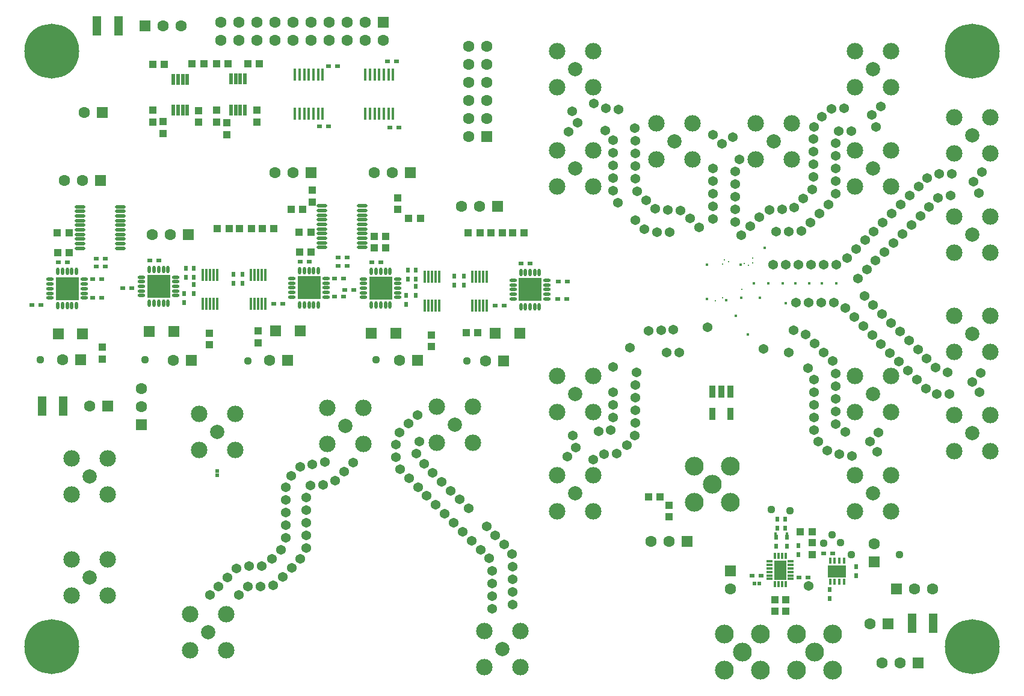
<source format=gts>
G04 Layer_Color=8388736*
%FSLAX25Y25*%
%MOIN*%
G70*
G01*
G75*
%ADD98C,0.00800*%
%ADD116R,0.12802X0.12802*%
%ADD117O,0.04337X0.01778*%
%ADD118O,0.01778X0.04337*%
%ADD119R,0.01778X0.03747*%
%ADD120R,0.09849X0.06896*%
%ADD121C,0.07900*%
%ADD122R,0.02165X0.06102*%
%ADD123O,0.01581X0.06896*%
%ADD124O,0.03550X0.01581*%
%ADD125O,0.01581X0.03550*%
%ADD126R,0.06896X0.10833*%
%ADD127C,0.00281*%
%ADD128R,0.03400X0.06900*%
%ADD129O,0.05912X0.01778*%
%ADD130R,0.01581X0.06896*%
%ADD131R,0.04928X0.11030*%
%ADD132R,0.06400X0.06400*%
%ADD133R,0.03900X0.03900*%
%ADD134R,0.01900X0.01900*%
%ADD135R,0.03900X0.03900*%
%ADD136R,0.02900X0.02400*%
%ADD137R,0.02400X0.02900*%
%ADD138R,0.01900X0.01900*%
%ADD139C,0.09100*%
%ADD140C,0.10400*%
%ADD141C,0.04400*%
%ADD142C,0.06305*%
%ADD143R,0.06305X0.06305*%
%ADD144R,0.06305X0.06305*%
%ADD145C,0.30400*%
%ADD146C,0.02400*%
%ADD147C,0.02368*%
%ADD148C,0.01600*%
%ADD149C,0.05400*%
D98*
X405070Y243346D02*
D03*
X412150Y228025D02*
D03*
X401503Y223322D02*
D03*
X401501Y242269D02*
D03*
X397585Y221840D02*
D03*
X413783Y242625D02*
D03*
X415913Y241481D02*
D03*
X418245Y242751D02*
D03*
X418201Y245393D02*
D03*
X402662Y244453D02*
D03*
D116*
X89231Y229824D02*
D03*
X38500Y228532D02*
D03*
X172500Y229031D02*
D03*
X212231Y228824D02*
D03*
X295000Y228031D02*
D03*
D117*
X79782Y224706D02*
D03*
Y227265D02*
D03*
Y229824D02*
D03*
Y232383D02*
D03*
Y234942D02*
D03*
X98680D02*
D03*
Y232383D02*
D03*
Y229824D02*
D03*
Y227265D02*
D03*
Y224706D02*
D03*
X29051Y223413D02*
D03*
Y225972D02*
D03*
Y228532D02*
D03*
Y231090D02*
D03*
Y233650D02*
D03*
X47949D02*
D03*
Y231090D02*
D03*
Y228532D02*
D03*
Y225972D02*
D03*
Y223413D02*
D03*
X163051Y223913D02*
D03*
Y226472D02*
D03*
Y229031D02*
D03*
Y231591D02*
D03*
Y234150D02*
D03*
X181949D02*
D03*
Y231591D02*
D03*
Y229031D02*
D03*
Y226472D02*
D03*
Y223913D02*
D03*
X202782Y223706D02*
D03*
Y226265D02*
D03*
Y228824D02*
D03*
Y231383D02*
D03*
Y233942D02*
D03*
X221679D02*
D03*
Y231383D02*
D03*
Y228824D02*
D03*
Y226265D02*
D03*
Y223706D02*
D03*
X285551Y222913D02*
D03*
Y225472D02*
D03*
Y228031D02*
D03*
Y230591D02*
D03*
Y233150D02*
D03*
X304449D02*
D03*
Y230591D02*
D03*
Y228031D02*
D03*
Y225472D02*
D03*
Y222913D02*
D03*
D118*
X84113Y239272D02*
D03*
X86672D02*
D03*
X89231D02*
D03*
X91790D02*
D03*
X94349D02*
D03*
Y220375D02*
D03*
X91790D02*
D03*
X89231D02*
D03*
X86672D02*
D03*
X84113D02*
D03*
X33382Y237980D02*
D03*
X35941D02*
D03*
X38500D02*
D03*
X41059D02*
D03*
X43618D02*
D03*
Y219083D02*
D03*
X41059D02*
D03*
X38500D02*
D03*
X35941D02*
D03*
X33382D02*
D03*
X167382Y238480D02*
D03*
X169941D02*
D03*
X172500D02*
D03*
X175059D02*
D03*
X177618D02*
D03*
Y219583D02*
D03*
X175059D02*
D03*
X172500D02*
D03*
X169941D02*
D03*
X167382D02*
D03*
X207113Y238272D02*
D03*
X209672D02*
D03*
X212231D02*
D03*
X214790D02*
D03*
X217349D02*
D03*
Y219375D02*
D03*
X214790D02*
D03*
X212231D02*
D03*
X209672D02*
D03*
X207113D02*
D03*
X289882Y237480D02*
D03*
X292441D02*
D03*
X295000D02*
D03*
X297559D02*
D03*
X300118D02*
D03*
Y218583D02*
D03*
X297559D02*
D03*
X295000D02*
D03*
X292441D02*
D03*
X289882D02*
D03*
D119*
X468844Y77707D02*
D03*
X466285D02*
D03*
X463726D02*
D03*
X461167D02*
D03*
X468844Y66093D02*
D03*
X466285D02*
D03*
X463726D02*
D03*
X461167D02*
D03*
D120*
X465005Y71900D02*
D03*
D121*
X279490Y28691D02*
D03*
X253440Y153091D02*
D03*
X320000Y170000D02*
D03*
Y115000D02*
D03*
Y295000D02*
D03*
Y350000D02*
D03*
X375000Y310000D02*
D03*
X430000D02*
D03*
X485000Y295000D02*
D03*
Y350000D02*
D03*
X539921Y313585D02*
D03*
Y258585D02*
D03*
Y203585D02*
D03*
Y148585D02*
D03*
X485000Y170000D02*
D03*
Y115000D02*
D03*
X192591Y152560D02*
D03*
X116691Y38010D02*
D03*
X50992Y124492D02*
D03*
Y68492D02*
D03*
X121492Y148992D02*
D03*
D122*
X136971Y327412D02*
D03*
X134412D02*
D03*
X131853D02*
D03*
X129294D02*
D03*
Y344735D02*
D03*
X131853D02*
D03*
X134412D02*
D03*
X136971D02*
D03*
X105093Y327312D02*
D03*
X102534D02*
D03*
X99975D02*
D03*
X97416D02*
D03*
Y344635D02*
D03*
X99975D02*
D03*
X102534D02*
D03*
X105093D02*
D03*
D123*
X121636Y236271D02*
D03*
X119668D02*
D03*
X117699D02*
D03*
X115731D02*
D03*
X113762D02*
D03*
X121636Y220129D02*
D03*
X119668D02*
D03*
X117699D02*
D03*
X115731D02*
D03*
X113762D02*
D03*
X140445Y220112D02*
D03*
X142413D02*
D03*
X144382D02*
D03*
X146350D02*
D03*
X148319D02*
D03*
X140445Y236253D02*
D03*
X142413D02*
D03*
X144382D02*
D03*
X146350D02*
D03*
X148319D02*
D03*
X244636Y235271D02*
D03*
X242668D02*
D03*
X240699D02*
D03*
X238731D02*
D03*
X236762D02*
D03*
X244636Y219129D02*
D03*
X242668D02*
D03*
X240699D02*
D03*
X238731D02*
D03*
X236762D02*
D03*
X262945Y219112D02*
D03*
X264913D02*
D03*
X266882D02*
D03*
X268850D02*
D03*
X270819D02*
D03*
X262945Y235254D02*
D03*
X264913D02*
D03*
X266882D02*
D03*
X268850D02*
D03*
X270819D02*
D03*
D124*
X439411Y67663D02*
D03*
Y69631D02*
D03*
Y71600D02*
D03*
Y73568D02*
D03*
Y75537D02*
D03*
Y77505D02*
D03*
X427600D02*
D03*
Y75537D02*
D03*
Y73568D02*
D03*
Y71600D02*
D03*
Y69631D02*
D03*
Y67663D02*
D03*
D125*
X436458Y80458D02*
D03*
X434490D02*
D03*
X432521D02*
D03*
X430553D02*
D03*
Y64710D02*
D03*
X432521D02*
D03*
X434490D02*
D03*
X436458D02*
D03*
D126*
X433505Y72584D02*
D03*
D127*
X394138Y225728D02*
D03*
Y226397D02*
D03*
X410201Y224389D02*
D03*
Y225059D02*
D03*
Y225728D02*
D03*
Y226397D02*
D03*
Y227067D02*
D03*
Y227736D02*
D03*
Y228405D02*
D03*
Y229744D02*
D03*
Y230413D02*
D03*
Y231752D02*
D03*
Y232421D02*
D03*
Y233760D02*
D03*
Y234429D02*
D03*
Y235768D02*
D03*
Y236437D02*
D03*
Y237775D02*
D03*
Y238445D02*
D03*
Y239114D02*
D03*
Y239783D02*
D03*
X410870Y225059D02*
D03*
Y225728D02*
D03*
Y226397D02*
D03*
Y227067D02*
D03*
Y227736D02*
D03*
Y228405D02*
D03*
Y229075D02*
D03*
Y229744D02*
D03*
Y230413D02*
D03*
Y231082D02*
D03*
Y231752D02*
D03*
Y232421D02*
D03*
Y233090D02*
D03*
Y233760D02*
D03*
Y234429D02*
D03*
Y235098D02*
D03*
Y235768D02*
D03*
Y236437D02*
D03*
Y237106D02*
D03*
Y237775D02*
D03*
Y238445D02*
D03*
Y239114D02*
D03*
Y239783D02*
D03*
Y240453D02*
D03*
X397484Y224390D02*
D03*
Y225059D02*
D03*
Y225728D02*
D03*
Y226397D02*
D03*
Y227067D02*
D03*
Y227736D02*
D03*
Y228405D02*
D03*
Y229075D02*
D03*
Y229744D02*
D03*
Y230413D02*
D03*
Y231083D02*
D03*
Y231752D02*
D03*
Y232421D02*
D03*
Y233090D02*
D03*
Y233760D02*
D03*
Y234429D02*
D03*
Y235098D02*
D03*
Y235768D02*
D03*
Y236437D02*
D03*
Y237106D02*
D03*
Y237775D02*
D03*
Y238445D02*
D03*
Y239114D02*
D03*
Y239783D02*
D03*
Y240453D02*
D03*
X396815Y224390D02*
D03*
Y225059D02*
D03*
Y225728D02*
D03*
Y226397D02*
D03*
Y227067D02*
D03*
Y227736D02*
D03*
Y228405D02*
D03*
Y229075D02*
D03*
Y229744D02*
D03*
Y230413D02*
D03*
Y231083D02*
D03*
Y231752D02*
D03*
Y232421D02*
D03*
Y233090D02*
D03*
Y233760D02*
D03*
Y234429D02*
D03*
Y235098D02*
D03*
Y235768D02*
D03*
Y236437D02*
D03*
Y237106D02*
D03*
Y237775D02*
D03*
Y238445D02*
D03*
Y239114D02*
D03*
Y239783D02*
D03*
Y240453D02*
D03*
X396146Y224390D02*
D03*
Y225059D02*
D03*
Y225728D02*
D03*
Y226397D02*
D03*
Y227067D02*
D03*
Y227736D02*
D03*
Y228405D02*
D03*
Y229744D02*
D03*
Y230413D02*
D03*
Y231752D02*
D03*
Y232421D02*
D03*
Y233760D02*
D03*
Y234429D02*
D03*
Y235768D02*
D03*
Y236437D02*
D03*
Y237106D02*
D03*
Y237775D02*
D03*
Y238445D02*
D03*
Y239114D02*
D03*
Y239783D02*
D03*
Y240453D02*
D03*
X395477Y224390D02*
D03*
Y225059D02*
D03*
Y225728D02*
D03*
Y226397D02*
D03*
Y227067D02*
D03*
Y227736D02*
D03*
Y228405D02*
D03*
Y229744D02*
D03*
Y230413D02*
D03*
Y231752D02*
D03*
Y232421D02*
D03*
Y233760D02*
D03*
Y234429D02*
D03*
Y235768D02*
D03*
Y236437D02*
D03*
Y237106D02*
D03*
Y237775D02*
D03*
Y238445D02*
D03*
Y239114D02*
D03*
Y239783D02*
D03*
Y240453D02*
D03*
X394807Y224390D02*
D03*
Y225059D02*
D03*
Y225728D02*
D03*
Y226397D02*
D03*
Y227067D02*
D03*
Y227736D02*
D03*
Y228405D02*
D03*
Y229744D02*
D03*
Y230413D02*
D03*
Y231752D02*
D03*
Y232421D02*
D03*
Y233760D02*
D03*
Y234429D02*
D03*
Y235768D02*
D03*
Y236437D02*
D03*
Y237106D02*
D03*
Y237775D02*
D03*
Y238445D02*
D03*
Y239114D02*
D03*
Y239783D02*
D03*
Y240453D02*
D03*
X410201Y241122D02*
D03*
X409532D02*
D03*
X408862D02*
D03*
X408193D02*
D03*
X407524D02*
D03*
X406855D02*
D03*
X406185D02*
D03*
X405516D02*
D03*
X404847D02*
D03*
X404177D02*
D03*
X403508D02*
D03*
X402839D02*
D03*
X402170D02*
D03*
X401500D02*
D03*
X400831D02*
D03*
X400162D02*
D03*
X399492D02*
D03*
X398823D02*
D03*
X398154D02*
D03*
X397484D02*
D03*
X396815D02*
D03*
X396146D02*
D03*
X395477D02*
D03*
X394807D02*
D03*
X394138Y225059D02*
D03*
Y227067D02*
D03*
Y227736D02*
D03*
Y228405D02*
D03*
Y229075D02*
D03*
Y229744D02*
D03*
Y230413D02*
D03*
Y231083D02*
D03*
Y231752D02*
D03*
Y232421D02*
D03*
Y233090D02*
D03*
Y233760D02*
D03*
Y234429D02*
D03*
Y235098D02*
D03*
Y235768D02*
D03*
Y236437D02*
D03*
Y237106D02*
D03*
Y237775D02*
D03*
Y238445D02*
D03*
Y239114D02*
D03*
Y240453D02*
D03*
X409532Y240453D02*
D03*
Y239783D02*
D03*
Y239114D02*
D03*
Y238445D02*
D03*
Y237775D02*
D03*
Y236437D02*
D03*
Y235768D02*
D03*
Y234429D02*
D03*
Y233760D02*
D03*
Y232421D02*
D03*
Y231752D02*
D03*
Y230413D02*
D03*
Y229744D02*
D03*
Y228405D02*
D03*
Y227736D02*
D03*
Y227067D02*
D03*
Y226397D02*
D03*
Y225728D02*
D03*
Y225059D02*
D03*
Y224389D02*
D03*
X408862Y240453D02*
D03*
Y239783D02*
D03*
Y239114D02*
D03*
Y238445D02*
D03*
Y237775D02*
D03*
Y236437D02*
D03*
Y235768D02*
D03*
Y234429D02*
D03*
Y233760D02*
D03*
Y232421D02*
D03*
Y231752D02*
D03*
Y230413D02*
D03*
Y229744D02*
D03*
Y228405D02*
D03*
Y227736D02*
D03*
Y227067D02*
D03*
Y226397D02*
D03*
Y225728D02*
D03*
Y225059D02*
D03*
Y224389D02*
D03*
X408193Y240453D02*
D03*
Y239783D02*
D03*
Y239114D02*
D03*
Y238445D02*
D03*
Y237775D02*
D03*
Y237106D02*
D03*
Y236437D02*
D03*
Y235768D02*
D03*
Y235098D02*
D03*
Y234429D02*
D03*
Y233760D02*
D03*
Y233090D02*
D03*
Y232421D02*
D03*
Y231752D02*
D03*
Y231082D02*
D03*
Y230413D02*
D03*
Y229744D02*
D03*
Y229075D02*
D03*
Y228405D02*
D03*
Y227736D02*
D03*
Y227067D02*
D03*
Y226397D02*
D03*
Y225728D02*
D03*
Y225059D02*
D03*
Y224389D02*
D03*
X407524Y240453D02*
D03*
Y239783D02*
D03*
Y239114D02*
D03*
Y238445D02*
D03*
Y237775D02*
D03*
Y237106D02*
D03*
Y236437D02*
D03*
Y235768D02*
D03*
Y235098D02*
D03*
Y234429D02*
D03*
Y233760D02*
D03*
Y233090D02*
D03*
Y232421D02*
D03*
Y231752D02*
D03*
Y231082D02*
D03*
Y230413D02*
D03*
Y229744D02*
D03*
Y229075D02*
D03*
Y228405D02*
D03*
Y227736D02*
D03*
Y227067D02*
D03*
Y226397D02*
D03*
Y225728D02*
D03*
Y225059D02*
D03*
Y224389D02*
D03*
X406855Y240453D02*
D03*
Y239783D02*
D03*
Y239114D02*
D03*
Y238445D02*
D03*
Y237775D02*
D03*
Y237106D02*
D03*
Y236437D02*
D03*
Y235768D02*
D03*
Y235098D02*
D03*
Y234429D02*
D03*
Y233760D02*
D03*
Y233090D02*
D03*
Y232421D02*
D03*
Y231752D02*
D03*
Y231082D02*
D03*
Y230413D02*
D03*
Y229744D02*
D03*
Y229075D02*
D03*
Y228405D02*
D03*
Y227736D02*
D03*
Y227067D02*
D03*
Y226397D02*
D03*
Y225728D02*
D03*
Y225059D02*
D03*
Y224389D02*
D03*
X406185Y240453D02*
D03*
Y239783D02*
D03*
Y239114D02*
D03*
Y238445D02*
D03*
Y237775D02*
D03*
Y237106D02*
D03*
Y236437D02*
D03*
Y235768D02*
D03*
Y235098D02*
D03*
Y234429D02*
D03*
Y233760D02*
D03*
Y233090D02*
D03*
Y232421D02*
D03*
Y231752D02*
D03*
Y231082D02*
D03*
Y230413D02*
D03*
Y229744D02*
D03*
Y229075D02*
D03*
Y228405D02*
D03*
Y227736D02*
D03*
Y227067D02*
D03*
Y226397D02*
D03*
Y225728D02*
D03*
Y225059D02*
D03*
Y224389D02*
D03*
X405516Y240453D02*
D03*
Y239783D02*
D03*
Y239114D02*
D03*
Y238445D02*
D03*
Y237775D02*
D03*
Y237106D02*
D03*
Y236437D02*
D03*
Y235768D02*
D03*
Y235098D02*
D03*
Y234429D02*
D03*
Y233760D02*
D03*
Y233090D02*
D03*
Y232421D02*
D03*
Y231752D02*
D03*
Y231082D02*
D03*
Y230413D02*
D03*
Y229744D02*
D03*
Y229075D02*
D03*
Y228405D02*
D03*
Y227736D02*
D03*
Y227067D02*
D03*
Y226397D02*
D03*
Y225728D02*
D03*
Y225059D02*
D03*
Y224389D02*
D03*
X404847Y240453D02*
D03*
Y239783D02*
D03*
Y239114D02*
D03*
Y238445D02*
D03*
Y237775D02*
D03*
Y237106D02*
D03*
Y236437D02*
D03*
Y235768D02*
D03*
Y235098D02*
D03*
Y234429D02*
D03*
Y233760D02*
D03*
Y233090D02*
D03*
Y232421D02*
D03*
Y231752D02*
D03*
Y231082D02*
D03*
Y230413D02*
D03*
Y229744D02*
D03*
Y229075D02*
D03*
Y228405D02*
D03*
Y227736D02*
D03*
Y227067D02*
D03*
Y226397D02*
D03*
Y225728D02*
D03*
Y225059D02*
D03*
Y224389D02*
D03*
X404177Y240453D02*
D03*
Y239783D02*
D03*
Y239114D02*
D03*
Y238445D02*
D03*
Y237775D02*
D03*
Y237106D02*
D03*
Y236437D02*
D03*
Y235768D02*
D03*
Y235098D02*
D03*
Y234429D02*
D03*
Y233760D02*
D03*
Y233090D02*
D03*
Y232421D02*
D03*
Y231752D02*
D03*
Y231082D02*
D03*
Y230413D02*
D03*
Y229744D02*
D03*
Y229075D02*
D03*
Y228405D02*
D03*
Y227736D02*
D03*
Y227067D02*
D03*
Y226397D02*
D03*
Y225728D02*
D03*
Y225059D02*
D03*
Y224389D02*
D03*
X403508Y240453D02*
D03*
Y239783D02*
D03*
Y239114D02*
D03*
Y238445D02*
D03*
Y237775D02*
D03*
Y237106D02*
D03*
Y236437D02*
D03*
Y235768D02*
D03*
Y235098D02*
D03*
Y234429D02*
D03*
Y233760D02*
D03*
Y233090D02*
D03*
Y232421D02*
D03*
Y231752D02*
D03*
Y231082D02*
D03*
Y230413D02*
D03*
Y229744D02*
D03*
Y229075D02*
D03*
Y228405D02*
D03*
Y227736D02*
D03*
Y227067D02*
D03*
Y226397D02*
D03*
Y225728D02*
D03*
Y225059D02*
D03*
Y224389D02*
D03*
X402839Y240453D02*
D03*
Y239783D02*
D03*
Y239114D02*
D03*
Y238445D02*
D03*
Y237775D02*
D03*
Y237106D02*
D03*
Y236437D02*
D03*
Y235768D02*
D03*
Y235098D02*
D03*
Y234429D02*
D03*
Y233760D02*
D03*
Y233090D02*
D03*
Y232421D02*
D03*
Y231752D02*
D03*
Y231082D02*
D03*
Y230413D02*
D03*
Y229744D02*
D03*
Y229075D02*
D03*
Y228405D02*
D03*
Y227736D02*
D03*
Y227067D02*
D03*
Y226397D02*
D03*
Y225728D02*
D03*
Y225059D02*
D03*
Y224389D02*
D03*
X402170Y240453D02*
D03*
Y239783D02*
D03*
Y238445D02*
D03*
Y237775D02*
D03*
Y236437D02*
D03*
Y235768D02*
D03*
Y235098D02*
D03*
Y234429D02*
D03*
Y233760D02*
D03*
Y233090D02*
D03*
Y232421D02*
D03*
Y231752D02*
D03*
Y231082D02*
D03*
Y230413D02*
D03*
Y229744D02*
D03*
Y229075D02*
D03*
Y227736D02*
D03*
Y227067D02*
D03*
Y225728D02*
D03*
Y225059D02*
D03*
Y224389D02*
D03*
X401500Y240453D02*
D03*
Y239783D02*
D03*
Y238445D02*
D03*
Y237775D02*
D03*
Y236437D02*
D03*
Y235768D02*
D03*
Y235098D02*
D03*
Y234429D02*
D03*
Y233760D02*
D03*
Y233090D02*
D03*
Y232421D02*
D03*
Y231752D02*
D03*
Y231082D02*
D03*
Y230413D02*
D03*
Y229744D02*
D03*
Y229075D02*
D03*
Y227736D02*
D03*
Y227067D02*
D03*
Y225728D02*
D03*
Y225059D02*
D03*
Y224389D02*
D03*
X400831Y240453D02*
D03*
Y239783D02*
D03*
Y238445D02*
D03*
Y237775D02*
D03*
Y236437D02*
D03*
Y235768D02*
D03*
Y235098D02*
D03*
Y234429D02*
D03*
Y233760D02*
D03*
Y233090D02*
D03*
Y232421D02*
D03*
Y231752D02*
D03*
Y231082D02*
D03*
Y230413D02*
D03*
Y229744D02*
D03*
Y229075D02*
D03*
Y227736D02*
D03*
Y227067D02*
D03*
Y225728D02*
D03*
Y225059D02*
D03*
Y224389D02*
D03*
X400162Y240453D02*
D03*
Y239783D02*
D03*
Y239114D02*
D03*
Y238445D02*
D03*
Y237775D02*
D03*
Y237106D02*
D03*
Y236437D02*
D03*
Y235768D02*
D03*
Y235098D02*
D03*
Y234429D02*
D03*
Y233760D02*
D03*
Y233090D02*
D03*
Y232421D02*
D03*
Y231752D02*
D03*
Y231082D02*
D03*
Y230413D02*
D03*
Y229744D02*
D03*
Y229075D02*
D03*
Y228405D02*
D03*
Y227736D02*
D03*
Y227067D02*
D03*
Y226397D02*
D03*
Y225728D02*
D03*
Y225059D02*
D03*
Y224389D02*
D03*
X399492Y240453D02*
D03*
Y239783D02*
D03*
Y239114D02*
D03*
Y238445D02*
D03*
Y237775D02*
D03*
Y237106D02*
D03*
Y236437D02*
D03*
Y235768D02*
D03*
Y235098D02*
D03*
Y234429D02*
D03*
Y233760D02*
D03*
Y233090D02*
D03*
Y232421D02*
D03*
Y231752D02*
D03*
Y231082D02*
D03*
Y230413D02*
D03*
Y229744D02*
D03*
Y229075D02*
D03*
Y228405D02*
D03*
Y227736D02*
D03*
Y227067D02*
D03*
Y226397D02*
D03*
Y225728D02*
D03*
Y225059D02*
D03*
Y224389D02*
D03*
X398823Y240453D02*
D03*
Y239783D02*
D03*
Y239114D02*
D03*
Y238445D02*
D03*
Y237775D02*
D03*
Y237106D02*
D03*
Y236437D02*
D03*
Y235768D02*
D03*
Y235098D02*
D03*
Y234429D02*
D03*
Y233760D02*
D03*
Y233090D02*
D03*
Y232421D02*
D03*
Y231752D02*
D03*
Y231082D02*
D03*
Y230413D02*
D03*
Y229744D02*
D03*
Y229075D02*
D03*
Y228405D02*
D03*
Y227736D02*
D03*
Y227067D02*
D03*
Y226397D02*
D03*
Y225728D02*
D03*
Y225059D02*
D03*
Y224389D02*
D03*
X398154Y240453D02*
D03*
Y239783D02*
D03*
Y239114D02*
D03*
Y238445D02*
D03*
Y237775D02*
D03*
Y237106D02*
D03*
Y236437D02*
D03*
Y235768D02*
D03*
Y235098D02*
D03*
Y234429D02*
D03*
Y233760D02*
D03*
Y233090D02*
D03*
Y232421D02*
D03*
Y231752D02*
D03*
Y231082D02*
D03*
Y230413D02*
D03*
Y229744D02*
D03*
Y229075D02*
D03*
Y228405D02*
D03*
Y227736D02*
D03*
Y227067D02*
D03*
Y226397D02*
D03*
Y225728D02*
D03*
Y225059D02*
D03*
Y224389D02*
D03*
X394138Y239783D02*
D03*
X409532Y237106D02*
D03*
X408862D02*
D03*
X410201D02*
D03*
D128*
X396000Y159000D02*
D03*
X401000Y171500D02*
D03*
X406000Y159000D02*
D03*
Y171500D02*
D03*
X396000D02*
D03*
D129*
X201805Y251367D02*
D03*
Y253926D02*
D03*
Y256485D02*
D03*
Y259044D02*
D03*
Y261603D02*
D03*
Y264162D02*
D03*
Y266721D02*
D03*
Y269280D02*
D03*
Y271839D02*
D03*
Y274398D02*
D03*
X179758Y251367D02*
D03*
Y253926D02*
D03*
Y256485D02*
D03*
Y259044D02*
D03*
Y261603D02*
D03*
Y264162D02*
D03*
Y266721D02*
D03*
Y269280D02*
D03*
Y271839D02*
D03*
Y274398D02*
D03*
X67805Y250867D02*
D03*
Y253426D02*
D03*
Y255985D02*
D03*
Y258544D02*
D03*
Y261103D02*
D03*
Y263662D02*
D03*
Y266221D02*
D03*
Y268780D02*
D03*
Y271339D02*
D03*
Y273898D02*
D03*
X45758Y250867D02*
D03*
Y253426D02*
D03*
Y255985D02*
D03*
Y258544D02*
D03*
Y261103D02*
D03*
Y263662D02*
D03*
Y266221D02*
D03*
Y268780D02*
D03*
Y271339D02*
D03*
Y273898D02*
D03*
D130*
X180118Y347307D02*
D03*
X177559D02*
D03*
X175000D02*
D03*
X172441D02*
D03*
X169882D02*
D03*
X167323D02*
D03*
X164764D02*
D03*
X180118Y325457D02*
D03*
X177559D02*
D03*
X175000D02*
D03*
X172441D02*
D03*
X169882D02*
D03*
X167323D02*
D03*
X164764D02*
D03*
X219118Y347307D02*
D03*
X216559D02*
D03*
X214000D02*
D03*
X211441D02*
D03*
X208882D02*
D03*
X206323D02*
D03*
X203764D02*
D03*
X219118Y325457D02*
D03*
X216559D02*
D03*
X214000D02*
D03*
X211441D02*
D03*
X208882D02*
D03*
X206323D02*
D03*
X203764D02*
D03*
D131*
X518292Y43197D02*
D03*
X506481D02*
D03*
X66905Y374000D02*
D03*
X55094D02*
D03*
X36406Y163500D02*
D03*
X24595D02*
D03*
D132*
X84031Y204724D02*
D03*
X97531D02*
D03*
X47000Y203500D02*
D03*
X33500D02*
D03*
X153982Y205083D02*
D03*
X167482D02*
D03*
X207031Y203724D02*
D03*
X220531D02*
D03*
X289282Y203883D02*
D03*
X275782D02*
D03*
D133*
X451205Y93700D02*
D03*
X444705D02*
D03*
X39682Y248383D02*
D03*
X33182D02*
D03*
X39482Y259383D02*
D03*
X32982D02*
D03*
X360500Y113000D02*
D03*
X367000D02*
D03*
X215082Y251083D02*
D03*
X208582D02*
D03*
Y257483D02*
D03*
X215082D02*
D03*
X162582Y272483D02*
D03*
X169082D02*
D03*
X173482Y259883D02*
D03*
X166982D02*
D03*
X173682Y248883D02*
D03*
X167182D02*
D03*
X267182Y259383D02*
D03*
X260682D02*
D03*
X279682D02*
D03*
X273182D02*
D03*
X291782D02*
D03*
X285282D02*
D03*
X146495Y261697D02*
D03*
X152995D02*
D03*
X134095D02*
D03*
X140595D02*
D03*
X121695D02*
D03*
X128195D02*
D03*
X266000Y204000D02*
D03*
X259500D02*
D03*
X234282Y267383D02*
D03*
X227782D02*
D03*
X85933Y352674D02*
D03*
X92433D02*
D03*
X114233Y353118D02*
D03*
X107733D02*
D03*
X121133D02*
D03*
X127633D02*
D03*
X145033D02*
D03*
X138533D02*
D03*
D134*
X121531Y127514D02*
D03*
Y125014D02*
D03*
D135*
X58000Y189500D02*
D03*
Y196000D02*
D03*
X372000Y108500D02*
D03*
Y102000D02*
D03*
X174282Y276483D02*
D03*
Y282983D02*
D03*
X144304Y198583D02*
D03*
Y205083D02*
D03*
X240231Y202824D02*
D03*
Y196324D02*
D03*
X221782Y272383D02*
D03*
Y278883D02*
D03*
X117231Y203824D02*
D03*
Y197324D02*
D03*
X85933Y327474D02*
D03*
Y320974D02*
D03*
X121133Y327474D02*
D03*
Y320974D02*
D03*
X91733Y321074D02*
D03*
Y314574D02*
D03*
X111133Y327196D02*
D03*
Y320696D02*
D03*
X126933Y313874D02*
D03*
Y320374D02*
D03*
X143533Y327374D02*
D03*
Y320874D02*
D03*
X451205Y81200D02*
D03*
Y87700D02*
D03*
X430697Y49708D02*
D03*
Y56208D02*
D03*
X436697D02*
D03*
Y49708D02*
D03*
D136*
X33482Y243083D02*
D03*
X38482D02*
D03*
X52482Y233783D02*
D03*
X57482D02*
D03*
X23982Y219583D02*
D03*
X18982D02*
D03*
X52482Y223583D02*
D03*
X57482D02*
D03*
X59482Y240683D02*
D03*
X54482D02*
D03*
X59482Y245283D02*
D03*
X54482D02*
D03*
X193482Y245783D02*
D03*
X188482D02*
D03*
X193482Y241183D02*
D03*
X188482D02*
D03*
X186482Y224083D02*
D03*
X191482D02*
D03*
X157982Y220083D02*
D03*
X152982D02*
D03*
X186482Y234283D02*
D03*
X191482D02*
D03*
X167482Y243583D02*
D03*
X172482D02*
D03*
X315782Y232383D02*
D03*
X310782D02*
D03*
X192282Y227883D02*
D03*
X197282D02*
D03*
X212231Y243224D02*
D03*
X207231D02*
D03*
X294982Y242583D02*
D03*
X289982D02*
D03*
X275482Y219083D02*
D03*
X280482D02*
D03*
X315282Y222883D02*
D03*
X310282D02*
D03*
X89231Y244224D02*
D03*
X84231D02*
D03*
X69282Y228883D02*
D03*
X74282D02*
D03*
X220941Y354467D02*
D03*
X215941D02*
D03*
X178441Y318382D02*
D03*
X183441D02*
D03*
X217441Y317882D02*
D03*
X222441D02*
D03*
X183441Y351882D02*
D03*
X188441D02*
D03*
X418106Y69584D02*
D03*
X423105D02*
D03*
X449106Y68384D02*
D03*
X444105D02*
D03*
X462605Y81700D02*
D03*
X457606D02*
D03*
D137*
X135682Y236483D02*
D03*
Y231483D02*
D03*
X130482Y236483D02*
D03*
Y231483D02*
D03*
X226231Y224724D02*
D03*
Y219724D02*
D03*
X231631Y224724D02*
D03*
Y229724D02*
D03*
X258282Y230455D02*
D03*
Y235455D02*
D03*
X227331Y238693D02*
D03*
Y233693D02*
D03*
X231631Y238693D02*
D03*
Y233693D02*
D03*
X252982Y230483D02*
D03*
Y235483D02*
D03*
X108631Y239693D02*
D03*
Y234693D02*
D03*
X104331Y239693D02*
D03*
Y234693D02*
D03*
X108631Y225724D02*
D03*
Y230724D02*
D03*
X103231Y225724D02*
D03*
Y220724D02*
D03*
X461005Y61900D02*
D03*
Y56900D02*
D03*
X475500Y74500D02*
D03*
Y69500D02*
D03*
X443700Y86200D02*
D03*
Y81200D02*
D03*
X431121Y90706D02*
D03*
Y85706D02*
D03*
X437121D02*
D03*
Y90706D02*
D03*
X432000Y100800D02*
D03*
Y95800D02*
D03*
X436200Y100700D02*
D03*
Y95700D02*
D03*
D138*
X419306Y65184D02*
D03*
X421805D02*
D03*
D139*
X289490Y18691D02*
D03*
X269490D02*
D03*
X289490Y38691D02*
D03*
X269490D02*
D03*
X263440Y143091D02*
D03*
X243440D02*
D03*
X263440Y163091D02*
D03*
X243440D02*
D03*
X310000Y160000D02*
D03*
Y180000D02*
D03*
X330000Y160000D02*
D03*
Y180000D02*
D03*
X310000Y105000D02*
D03*
Y125000D02*
D03*
X330000Y105000D02*
D03*
Y125000D02*
D03*
X310000Y285000D02*
D03*
Y305000D02*
D03*
X330000Y285000D02*
D03*
Y305000D02*
D03*
X310000Y340000D02*
D03*
Y360000D02*
D03*
X330000Y340000D02*
D03*
Y360000D02*
D03*
X365000Y300000D02*
D03*
Y320000D02*
D03*
X385000Y300000D02*
D03*
Y320000D02*
D03*
X420000Y300000D02*
D03*
Y320000D02*
D03*
X440000Y300000D02*
D03*
Y320000D02*
D03*
X475000Y285000D02*
D03*
Y305000D02*
D03*
X495000Y285000D02*
D03*
Y305000D02*
D03*
X475000Y340000D02*
D03*
Y360000D02*
D03*
X495000Y340000D02*
D03*
Y360000D02*
D03*
X529921Y303585D02*
D03*
Y323585D02*
D03*
X549921Y303585D02*
D03*
Y323585D02*
D03*
X529921Y248585D02*
D03*
Y268585D02*
D03*
X549921Y248585D02*
D03*
Y268585D02*
D03*
X529921Y193585D02*
D03*
Y213585D02*
D03*
X549921Y193585D02*
D03*
Y213585D02*
D03*
X529921Y138585D02*
D03*
Y158585D02*
D03*
X549921Y138585D02*
D03*
Y158585D02*
D03*
X475000Y160000D02*
D03*
Y180000D02*
D03*
X495000Y160000D02*
D03*
Y180000D02*
D03*
X475000Y105000D02*
D03*
Y125000D02*
D03*
X495000Y105000D02*
D03*
Y125000D02*
D03*
X182591Y142560D02*
D03*
Y162560D02*
D03*
X202591Y142560D02*
D03*
Y162560D02*
D03*
X106691Y28010D02*
D03*
Y48010D02*
D03*
X126691Y28010D02*
D03*
Y48010D02*
D03*
X40992Y134492D02*
D03*
X60992D02*
D03*
X40992Y114492D02*
D03*
X60992D02*
D03*
X40992Y78492D02*
D03*
X60992D02*
D03*
X40992Y58492D02*
D03*
X60992D02*
D03*
X111492Y158992D02*
D03*
X131492D02*
D03*
X111492Y138992D02*
D03*
X131492D02*
D03*
D140*
X396000Y120000D02*
D03*
X386000Y130000D02*
D03*
X406000D02*
D03*
Y110000D02*
D03*
X386000D02*
D03*
X452697Y27200D02*
D03*
X442697Y17200D02*
D03*
Y37200D02*
D03*
X462697D02*
D03*
Y17200D02*
D03*
X412700Y27200D02*
D03*
X402700Y17200D02*
D03*
Y37200D02*
D03*
X422700D02*
D03*
Y17200D02*
D03*
D141*
X23500Y189000D02*
D03*
X209500D02*
D03*
X499500Y81000D02*
D03*
X428500Y106000D02*
D03*
X439000Y105500D02*
D03*
X259992Y188492D02*
D03*
X138500Y188500D02*
D03*
X81492Y188992D02*
D03*
X462206Y92300D02*
D03*
X467005Y87700D02*
D03*
X457705Y87600D02*
D03*
X472800Y81305D02*
D03*
D142*
X261000Y362882D02*
D03*
X271000D02*
D03*
X261000Y352882D02*
D03*
X271000D02*
D03*
X261000Y342882D02*
D03*
X271000D02*
D03*
X261000Y332882D02*
D03*
X271000D02*
D03*
X261000Y322882D02*
D03*
X271000D02*
D03*
X261000Y312882D02*
D03*
X123500Y366000D02*
D03*
Y376000D02*
D03*
X133500Y366000D02*
D03*
Y376000D02*
D03*
X143500Y366000D02*
D03*
Y376000D02*
D03*
X153500Y366000D02*
D03*
Y376000D02*
D03*
X163500Y366000D02*
D03*
Y376000D02*
D03*
X173500Y366000D02*
D03*
Y376000D02*
D03*
X183500Y366000D02*
D03*
Y376000D02*
D03*
X193500Y366000D02*
D03*
Y376000D02*
D03*
X203500Y366000D02*
D03*
Y376000D02*
D03*
X213500Y366000D02*
D03*
X508000Y62000D02*
D03*
X518000D02*
D03*
X48000Y326000D02*
D03*
X36000Y189000D02*
D03*
X372000Y88500D02*
D03*
X362000D02*
D03*
X36841Y288532D02*
D03*
X46841D02*
D03*
X101500Y374000D02*
D03*
X91500D02*
D03*
X51000Y163500D02*
D03*
X79500Y173000D02*
D03*
Y163000D02*
D03*
X222782Y188914D02*
D03*
X270282Y188414D02*
D03*
X97282Y188914D02*
D03*
X150782D02*
D03*
X208774Y292906D02*
D03*
X218774D02*
D03*
X153782Y292883D02*
D03*
X163782D02*
D03*
X85782Y258383D02*
D03*
X95782D02*
D03*
X257000Y274000D02*
D03*
X267000D02*
D03*
X485500Y87000D02*
D03*
X500000Y21000D02*
D03*
X490000D02*
D03*
X483292Y42697D02*
D03*
X406005Y62267D02*
D03*
D143*
X271000Y312882D02*
D03*
X79500Y153000D02*
D03*
X485500Y77000D02*
D03*
X406005Y72267D02*
D03*
D144*
X213500Y376000D02*
D03*
X498000Y62000D02*
D03*
X58000Y326000D02*
D03*
X46000Y189000D02*
D03*
X382000Y88500D02*
D03*
X56841Y288532D02*
D03*
X81500Y374000D02*
D03*
X61000Y163500D02*
D03*
X232782Y188914D02*
D03*
X280282Y188414D02*
D03*
X107282Y188914D02*
D03*
X160782D02*
D03*
X228774Y292906D02*
D03*
X173782Y292883D02*
D03*
X105782Y258383D02*
D03*
X277000Y274000D02*
D03*
X510000Y21000D02*
D03*
X493292Y42697D02*
D03*
D145*
X540000Y30000D02*
D03*
Y360000D02*
D03*
X30000D02*
D03*
X30000Y30000D02*
D03*
D146*
X93561Y234154D02*
D03*
Y225493D02*
D03*
X89231D02*
D03*
X84900D02*
D03*
X93561Y229824D02*
D03*
X84900Y234154D02*
D03*
X89231D02*
D03*
Y229824D02*
D03*
X84900D02*
D03*
X42831Y232862D02*
D03*
Y228532D02*
D03*
Y224201D02*
D03*
X38500Y232862D02*
D03*
Y228532D02*
D03*
Y224201D02*
D03*
X34169Y232862D02*
D03*
Y228532D02*
D03*
Y224201D02*
D03*
X176831Y233362D02*
D03*
Y229031D02*
D03*
Y224701D02*
D03*
X172500Y233362D02*
D03*
Y229031D02*
D03*
Y224701D02*
D03*
X168169Y233362D02*
D03*
Y229031D02*
D03*
Y224701D02*
D03*
X216561Y233154D02*
D03*
Y224493D02*
D03*
X212231D02*
D03*
X207900D02*
D03*
X216561Y228824D02*
D03*
X207900Y233154D02*
D03*
X212231D02*
D03*
Y228824D02*
D03*
X207900D02*
D03*
X299331Y232362D02*
D03*
Y228031D02*
D03*
Y223701D02*
D03*
X295000Y232362D02*
D03*
Y228031D02*
D03*
Y223701D02*
D03*
X290669Y232362D02*
D03*
Y228031D02*
D03*
Y223701D02*
D03*
D147*
X433505Y70419D02*
D03*
Y74750D02*
D03*
D148*
X411685Y241659D02*
D03*
X392935Y241868D02*
D03*
X412000Y223500D02*
D03*
X392893Y222844D02*
D03*
X437121Y92942D02*
D03*
X431084Y92942D02*
D03*
X424984Y251122D02*
D03*
X415484Y203122D02*
D03*
X422212Y223316D02*
D03*
X419000Y231500D02*
D03*
X436500Y220500D02*
D03*
X449500Y231500D02*
D03*
X456500D02*
D03*
X464500D02*
D03*
X427000D02*
D03*
X442000D02*
D03*
X435000D02*
D03*
X409100Y213500D02*
D03*
X403500Y222000D02*
D03*
D149*
X220625Y142131D02*
D03*
X260890Y106716D02*
D03*
X273815Y65163D02*
D03*
X237783Y113673D02*
D03*
X255940Y111666D02*
D03*
X227883Y123573D02*
D03*
X285234Y67441D02*
D03*
Y53441D02*
D03*
X267481Y83975D02*
D03*
X285234Y74441D02*
D03*
X280689Y86917D02*
D03*
X222934Y128523D02*
D03*
X232776Y158396D02*
D03*
X257582Y93874D02*
D03*
X242733Y108723D02*
D03*
X220625Y135131D02*
D03*
X233748Y143930D02*
D03*
X272431Y79025D02*
D03*
X232833Y118623D02*
D03*
X227484Y153815D02*
D03*
X273815Y51163D02*
D03*
X241091Y126515D02*
D03*
X236141Y131465D02*
D03*
X232044Y137141D02*
D03*
X222534Y148865D02*
D03*
X246041Y121565D02*
D03*
X252632Y98824D02*
D03*
X270789Y96816D02*
D03*
X275739Y91867D02*
D03*
X285234Y60441D02*
D03*
X273815Y72163D02*
D03*
X285046Y81438D02*
D03*
X250990Y116615D02*
D03*
X247682Y103774D02*
D03*
X262531Y88924D02*
D03*
X273815Y58163D02*
D03*
X181204Y132642D02*
D03*
X174362Y131164D02*
D03*
X167529Y129643D02*
D03*
X162556Y124716D02*
D03*
X159592Y118375D02*
D03*
Y111375D02*
D03*
Y104375D02*
D03*
Y97375D02*
D03*
Y90375D02*
D03*
X156878Y83922D02*
D03*
X151928Y78973D02*
D03*
X146241Y74892D02*
D03*
X139241D02*
D03*
X132382Y73496D02*
D03*
X127398Y68580D02*
D03*
X122449Y63630D02*
D03*
X117499Y58680D02*
D03*
X133633Y58665D02*
D03*
X138721Y63472D02*
D03*
X145721D02*
D03*
X152694Y64083D02*
D03*
X157885Y68779D02*
D03*
X162835Y73729D02*
D03*
X167785Y78679D02*
D03*
X171012Y84891D02*
D03*
Y91891D02*
D03*
Y98891D02*
D03*
Y105891D02*
D03*
Y112891D02*
D03*
X173444Y119454D02*
D03*
X180438Y119745D02*
D03*
X186971Y122260D02*
D03*
X191921Y127209D02*
D03*
X196838Y132191D02*
D03*
X374451Y205852D02*
D03*
X367468Y205377D02*
D03*
X360474Y205066D02*
D03*
X350125Y195662D02*
D03*
X341049Y185058D02*
D03*
X340943Y171059D02*
D03*
Y164059D02*
D03*
Y157059D02*
D03*
X339741Y150163D02*
D03*
X332790Y149332D02*
D03*
X318765Y147208D02*
D03*
X320366Y140394D02*
D03*
X315501Y135361D02*
D03*
X329865Y133742D02*
D03*
X336114Y136896D02*
D03*
X343107Y137208D02*
D03*
X348507Y141663D02*
D03*
X352908Y147106D02*
D03*
X353152Y154102D02*
D03*
Y161102D02*
D03*
Y168102D02*
D03*
Y175102D02*
D03*
X353799Y182072D02*
D03*
X370596Y193168D02*
D03*
X377595Y193270D02*
D03*
X393154Y207289D02*
D03*
X318395Y326877D02*
D03*
X321146Y320440D02*
D03*
X316197Y315491D02*
D03*
X336459Y316179D02*
D03*
X340960Y310818D02*
D03*
Y303818D02*
D03*
Y296818D02*
D03*
Y289818D02*
D03*
Y282818D02*
D03*
X343476Y276286D02*
D03*
X353376Y266387D02*
D03*
X358344Y261455D02*
D03*
X365171Y259906D02*
D03*
X372171D02*
D03*
X388694Y262471D02*
D03*
X383745Y267421D02*
D03*
X378319Y271844D02*
D03*
X371324Y272115D02*
D03*
X364347Y272681D02*
D03*
X359398Y277630D02*
D03*
X354448Y282580D02*
D03*
X353169Y289462D02*
D03*
Y296462D02*
D03*
Y303462D02*
D03*
Y310462D02*
D03*
X353087Y317462D02*
D03*
X343793Y327823D02*
D03*
X336816Y328388D02*
D03*
X330351Y331072D02*
D03*
X407289Y312469D02*
D03*
X401248Y308932D02*
D03*
X396298Y313882D02*
D03*
X396396Y295144D02*
D03*
Y288144D02*
D03*
Y281144D02*
D03*
Y274144D02*
D03*
Y267144D02*
D03*
X408604Y265551D02*
D03*
Y272551D02*
D03*
Y279551D02*
D03*
Y286551D02*
D03*
Y293551D02*
D03*
X411071Y300102D02*
D03*
X424382Y195043D02*
D03*
X438127Y193168D02*
D03*
X449028Y184534D02*
D03*
X452139Y178263D02*
D03*
Y171263D02*
D03*
Y164263D02*
D03*
Y157263D02*
D03*
Y150263D02*
D03*
X454699Y143748D02*
D03*
X459648Y138798D02*
D03*
X466385Y136896D02*
D03*
X473308Y135860D02*
D03*
X487198Y138120D02*
D03*
X483146Y143828D02*
D03*
X488096Y148778D02*
D03*
X469748Y149104D02*
D03*
X464347Y153558D02*
D03*
Y160558D02*
D03*
Y167558D02*
D03*
Y174558D02*
D03*
Y181558D02*
D03*
X462514Y188314D02*
D03*
X457565Y193263D02*
D03*
X452615Y198213D02*
D03*
X447665Y203163D02*
D03*
X441025Y205377D02*
D03*
X468946Y328604D02*
D03*
X461955Y328262D02*
D03*
X456583Y323774D02*
D03*
X452209Y318308D02*
D03*
X452001Y311312D02*
D03*
Y304312D02*
D03*
Y297312D02*
D03*
Y290312D02*
D03*
X451274Y283349D02*
D03*
X446325Y278400D02*
D03*
X441375Y273450D02*
D03*
X434465Y272332D02*
D03*
X427466Y272205D02*
D03*
X421835Y268047D02*
D03*
X416885Y263098D02*
D03*
X411935Y258148D02*
D03*
X431208Y260123D02*
D03*
X438208D02*
D03*
X445192Y260596D02*
D03*
X450430Y265239D02*
D03*
X455380Y270189D02*
D03*
X460330Y275139D02*
D03*
X464162Y280996D02*
D03*
X464210Y287996D02*
D03*
Y294996D02*
D03*
Y301996D02*
D03*
Y308996D02*
D03*
X465871Y315796D02*
D03*
X472870Y315661D02*
D03*
X486639Y318041D02*
D03*
X484330Y324649D02*
D03*
X489248Y329631D02*
D03*
X449205Y63700D02*
D03*
X545266Y293071D02*
D03*
X540744Y287727D02*
D03*
X543771Y281415D02*
D03*
X527938Y279980D02*
D03*
X521065Y278654D02*
D03*
X516115Y273704D02*
D03*
X511166Y268754D02*
D03*
X506216Y263804D02*
D03*
X501266Y258855D02*
D03*
X496316Y253905D02*
D03*
X491367Y248955D02*
D03*
X486417Y244005D02*
D03*
X481467Y239055D02*
D03*
X476517Y234106D02*
D03*
X429621Y241702D02*
D03*
X436621D02*
D03*
X443621D02*
D03*
X450621D02*
D03*
X457621D02*
D03*
X464621D02*
D03*
X470557Y245411D02*
D03*
X475507Y250361D02*
D03*
X480457Y255311D02*
D03*
X485407Y260261D02*
D03*
X490356Y265210D02*
D03*
X495306Y270160D02*
D03*
X500256Y275110D02*
D03*
X505206Y280060D02*
D03*
X510155Y285009D02*
D03*
X515105Y289959D02*
D03*
X521740Y292189D02*
D03*
X528741D02*
D03*
X480127Y224454D02*
D03*
X485077Y219504D02*
D03*
X490027Y214554D02*
D03*
X494977Y209605D02*
D03*
X499926Y204655D02*
D03*
X504876Y199705D02*
D03*
X509826Y194755D02*
D03*
X514776Y189805D02*
D03*
X519725Y184856D02*
D03*
X526197Y182189D02*
D03*
X544636Y181824D02*
D03*
X539790Y176772D02*
D03*
X543997Y171178D02*
D03*
X527438Y169980D02*
D03*
X520438D02*
D03*
X514186Y173129D02*
D03*
X509236Y178079D02*
D03*
X504287Y183029D02*
D03*
X499337Y187978D02*
D03*
X494387Y192928D02*
D03*
X489437Y197878D02*
D03*
X484488Y202828D02*
D03*
X479538Y207777D02*
D03*
X474588Y212727D02*
D03*
X469638Y217677D02*
D03*
X463369Y220790D02*
D03*
X456369D02*
D03*
X449369D02*
D03*
X442369D02*
D03*
M02*

</source>
